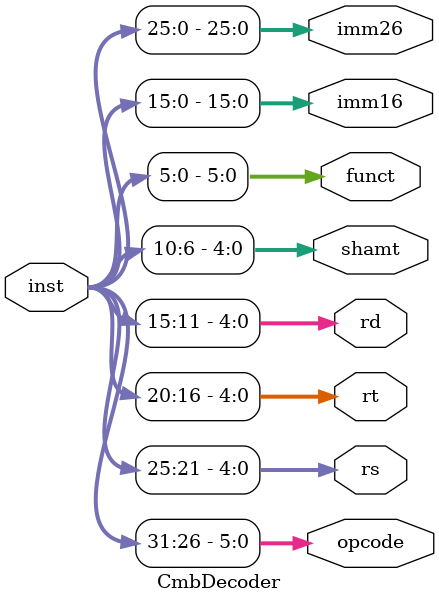
<source format=v>
`timescale 1ns / 1ps

module CmbDecoder(inst, opcode, rs, rt, rd, shamt, funct, imm16, imm26);
    input [31:0] inst;
    output [5:0] opcode;
    output [4:0] rs;
    output [4:0] rt;
    output [4:0] rd;
    output [4:0] shamt;
    output [5:0] funct;
    output [15:0] imm16;
    output [25:0] imm26;
		
    assign opcode[5:0] = inst[31:26];
    assign rs[4:0] = inst[25:21];
    assign rt[4:0] = inst[20:16];
    assign rd[4:0] = inst[15:11];
    assign shamt[4:0] = inst[10:6];
    assign funct[5:0] = inst[5:0];
    assign imm16[15:0] = inst[15:0];
    assign imm26[25:0] = inst[25:0];
endmodule

</source>
